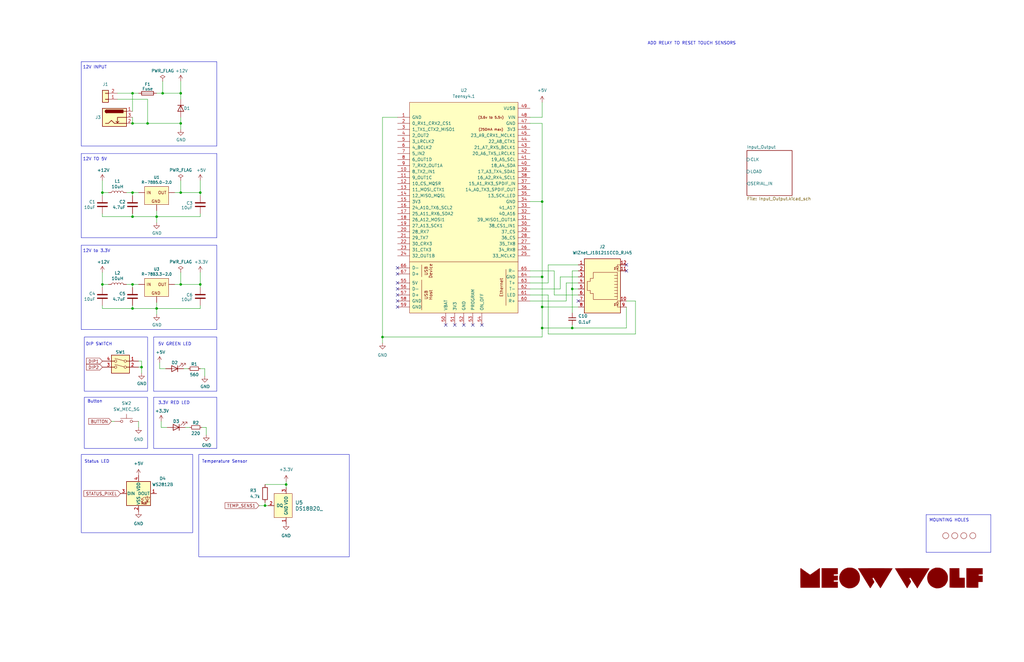
<source format=kicad_sch>
(kicad_sch (version 20230121) (generator eeschema)
  (paper "USLedger")
  (title_block (rev "v.01") (company "Meow Wolf") (comment 1 "Daniel Bornhorst"))
  (lib_symbols
    (symbol "0_connector:Molex Ultra-Fit 2pos IN" (pin_names (offset 1.016) hide)
      (property "Reference" "J" (at 0 2.54 0))
      (property "Value" "Molex Ultra-Fit" (at 0 -5.08 0))
      (symbol "Molex Ultra-Fit 2pos IN_1_1"
        (pin passive line (at -5.08 0 0) (length 3.81) (name "Pin_1") (number "1"))
        (pin passive line (at -5.08 -2.54 0) (length 3.81) (name "Pin_2") (number "2"))
      )
    )
    (symbol "0_connector:WIZnet_J1B1211CCD_RJ45" (pin_names (offset 1.016))
      (property "Reference" "J" (at -5.08 13.97 0))
      (property "Value" "WIZnet_J1B1211CCD_RJ45" (at 1.27 13.97 0))
      (symbol "WIZnet_J1B1211CCD_RJ45_1_1"
        (pin passive line (at 10.16 -7.62 180) (length 2.54) (name "~") (number "1"))
        (pin passive line (at -10.16 7.62 0) (length 2.54) (name "~") (number "10"))
        (pin passive line (at -10.16 -5.08 0) (length 2.54) (name "~") (number "11"))
        (pin passive line (at -10.16 -7.62 0) (length 2.54) (name "~") (number "12"))
        (pin passive line (at 10.16 -5.08 180) (length 2.54) (name "~") (number "2"))
        (pin passive line (at 10.16 -2.54 180) (length 2.54) (name "~") (number "3"))
        (pin passive line (at 10.16 0 180) (length 2.54) (name "~") (number "4"))
        (pin passive line (at 10.16 2.54 180) (length 2.54) (name "~") (number "5"))
        (pin passive line (at 10.16 5.08 180) (length 2.54) (name "~") (number "6"))
        (pin passive line (at 10.16 7.62 180) (length 2.54) (name "~") (number "7"))
        (pin passive line (at 10.16 10.16 180) (length 2.54) (name "~") (number "8"))
        (pin passive line (at -10.16 10.16 0) (length 2.54) (name "~") (number "9"))
      )
    )
    (symbol "0_logo:MeowWolf_Logo_Horizontal" (pin_names (offset 1.016)))
    (symbol "0_microcontroller:Teensy4.1" (pin_names (offset 1.016))
      (property "Reference" "U" (at 0 64.77 0))
      (property "Value" "Teensy4.1" (at 0 62.23 0))
      (symbol "Teensy4.1_0_0"
        (text "(250mA max)" (at 11.43 49.53 0) (effects (font (size 1.016 1.016))))
        (text "(3.6v to 5.5v)" (at 11.43 54.61 0) (effects (font (size 1.016 1.016))))
        (text "Device" (at -13.97 -10.16 900) (effects (font (size 1.27 1.27))))
        (text "Ethernet" (at 15.875 -17.145 900) (effects (font (size 1.27 1.27))))
        (text "Host" (at -13.97 -20.32 900) (effects (font (size 1.27 1.27))))
        (text "USB" (at -15.875 -20.32 900) (effects (font (size 1.27 1.27))))
        (text "USB" (at -15.875 -10.16 900) (effects (font (size 1.27 1.27))))
        (pin bidirectional line (at -27.94 31.75 0) (length 5.08) (name "8_TX2_IN1") (number "10"))
        (pin bidirectional line (at -27.94 29.21 0) (length 5.08) (name "9_OUT1C") (number "11"))
        (pin bidirectional line (at -27.94 26.67 0) (length 5.08) (name "10_CS_MQSR") (number "12"))
        (pin bidirectional line (at -27.94 24.13 0) (length 5.08) (name "11_MOSI_CTX1") (number "13"))
        (pin bidirectional line (at -27.94 21.59 0) (length 5.08) (name "12_MISO_MQSL") (number "14"))
        (pin power_in line (at -27.94 19.05 0) (length 5.08) (name "3V3") (number "15"))
        (pin bidirectional line (at -27.94 16.51 0) (length 5.08) (name "24_A10_TX6_SCL2") (number "16"))
        (pin bidirectional line (at -27.94 13.97 0) (length 5.08) (name "25_A11_RX6_SDA2") (number "17"))
        (pin bidirectional line (at -27.94 11.43 0) (length 5.08) (name "26_A12_MOSI1") (number "18"))
        (pin bidirectional line (at -27.94 8.89 0) (length 5.08) (name "27_A13_SCK1") (number "19"))
        (pin bidirectional line (at -27.94 6.35 0) (length 5.08) (name "28_RX7") (number "20"))
        (pin bidirectional line (at -27.94 3.81 0) (length 5.08) (name "29_TX7") (number "21"))
        (pin bidirectional line (at -27.94 1.27 0) (length 5.08) (name "30_CRX3") (number "22"))
        (pin bidirectional line (at -27.94 -1.27 0) (length 5.08) (name "31_CTX3") (number "23"))
        (pin bidirectional line (at -27.94 -3.81 0) (length 5.08) (name "32_OUT1B") (number "24"))
        (pin bidirectional line (at 27.94 -3.81 180) (length 5.08) (name "33_MCLK2") (number "25"))
        (pin bidirectional line (at 27.94 -1.27 180) (length 5.08) (name "34_RX8") (number "26"))
        (pin bidirectional line (at 27.94 1.27 180) (length 5.08) (name "35_TX8") (number "27"))
        (pin bidirectional line (at 27.94 3.81 180) (length 5.08) (name "36_CS") (number "28"))
        (pin bidirectional line (at 27.94 6.35 180) (length 5.08) (name "37_CS") (number "29"))
        (pin bidirectional line (at 27.94 8.89 180) (length 5.08) (name "38_CS1_IN1") (number "30"))
        (pin bidirectional line (at 27.94 11.43 180) (length 5.08) (name "39_MISO1_OUT1A") (number "31"))
        (pin bidirectional line (at 27.94 13.97 180) (length 5.08) (name "40_A16") (number "32"))
        (pin bidirectional line (at 27.94 16.51 180) (length 5.08) (name "41_A17") (number "33"))
        (pin bidirectional line (at 27.94 21.59 180) (length 5.08) (name "13_SCK_LED") (number "35"))
        (pin bidirectional line (at 27.94 24.13 180) (length 5.08) (name "14_A0_TX3_SPDIF_OUT") (number "36"))
        (pin bidirectional line (at 27.94 26.67 180) (length 5.08) (name "15_A1_RX3_SPDIF_IN") (number "37"))
        (pin bidirectional line (at 27.94 29.21 180) (length 5.08) (name "16_A2_RX4_SCL1") (number "38"))
        (pin bidirectional line (at 27.94 31.75 180) (length 5.08) (name "17_A3_TX4_SDA1") (number "39"))
        (pin bidirectional line (at 27.94 34.29 180) (length 5.08) (name "18_A4_SDA") (number "40"))
        (pin bidirectional line (at 27.94 36.83 180) (length 5.08) (name "19_A5_SCL") (number "41"))
        (pin bidirectional line (at 27.94 39.37 180) (length 5.08) (name "20_A6_TX5_LRCLK1") (number "42"))
        (pin bidirectional line (at 27.94 41.91 180) (length 5.08) (name "21_A7_RX5_BCLK1") (number "43"))
        (pin bidirectional line (at 27.94 44.45 180) (length 5.08) (name "22_A8_CTX1") (number "44"))
        (pin bidirectional line (at 27.94 46.99 180) (length 5.08) (name "23_A9_CRX1_MCLK1") (number "45"))
        (pin output line (at 27.94 49.53 180) (length 5.08) (name "3V3") (number "46"))
        (pin output line (at 27.94 52.07 180) (length 5.08) (name "GND") (number "47"))
        (pin power_in line (at 27.94 54.61 180) (length 5.08) (name "VIN") (number "48"))
        (pin power_out line (at 27.94 58.42 180) (length 5.08) (name "VUSB") (number "49"))
        (pin bidirectional line (at -27.94 44.45 0) (length 5.08) (name "3_LRCLK2") (number "5"))
        (pin power_in line (at -7.62 -33.02 90) (length 5.08) (name "VBAT") (number "50"))
        (pin power_in line (at -3.81 -33.02 90) (length 5.08) (name "3V3") (number "51"))
        (pin input line (at 0 -33.02 90) (length 5.08) (name "GND") (number "52"))
        (pin input line (at 3.81 -33.02 90) (length 5.08) (name "PROGRAM") (number "53"))
        (pin input line (at 7.62 -33.02 90) (length 5.08) (name "ON_OFF") (number "54"))
        (pin power_out line (at -27.94 -15.24 0) (length 5.08) (name "5V") (number "55"))
        (pin bidirectional line (at -27.94 -17.78 0) (length 5.08) (name "D-") (number "56"))
        (pin bidirectional line (at -27.94 -20.32 0) (length 5.08) (name "D+") (number "57"))
        (pin power_in line (at -27.94 -22.86 0) (length 5.08) (name "GND") (number "58"))
        (pin power_in line (at -27.94 -25.4 0) (length 5.08) (name "GND") (number "59"))
        (pin bidirectional line (at -27.94 41.91 0) (length 5.08) (name "4_BCLK2") (number "6"))
        (pin bidirectional line (at 27.94 -22.86 180) (length 5.08) (name "R+") (number "60"))
        (pin bidirectional line (at 27.94 -20.32 180) (length 5.08) (name "LED") (number "61"))
        (pin bidirectional line (at 27.94 -17.78 180) (length 5.08) (name "T-") (number "62"))
        (pin bidirectional line (at 27.94 -15.24 180) (length 5.08) (name "T+") (number "63"))
        (pin power_in line (at 27.94 -12.7 180) (length 5.08) (name "GND") (number "64"))
        (pin bidirectional line (at 27.94 -10.16 180) (length 5.08) (name "R-") (number "65"))
        (pin bidirectional line (at -27.94 -8.89 0) (length 5.08) (name "D-") (number "66"))
        (pin bidirectional line (at -27.94 -11.43 0) (length 5.08) (name "D+") (number "67"))
        (pin bidirectional line (at -27.94 39.37 0) (length 5.08) (name "5_IN2") (number "7"))
        (pin bidirectional line (at -27.94 36.83 0) (length 5.08) (name "6_OUT1D") (number "8"))
        (pin bidirectional line (at -27.94 34.29 0) (length 5.08) (name "7_RX2_OUT1A") (number "9"))
      )
      (symbol "Teensy4.1_1_1"
        (pin power_in line (at -27.94 54.61 0) (length 5.08) (name "GND") (number "1"))
        (pin bidirectional line (at -27.94 52.07 0) (length 5.08) (name "0_RX1_CRX2_CS1") (number "2"))
        (pin bidirectional line (at -27.94 49.53 0) (length 5.08) (name "1_TX1_CTX2_MISO1") (number "3"))
        (pin power_in line (at 27.94 19.05 180) (length 5.08) (name "GND") (number "34"))
        (pin bidirectional line (at -27.94 46.99 0) (length 5.08) (name "2_OUT2") (number "4"))
      )
    )
    (symbol "Connector:Barrel_Jack_Switch" (pin_names hide)
      (property "Reference" "J" (at 0 5.334 0))
      (property "Value" "Barrel_Jack_Switch" (at 0 -5.08 0))
      (symbol "Barrel_Jack_Switch_1_1"
        (pin passive line (at 7.62 2.54 180) (length 2.54) (name "~") (number "1"))
        (pin passive line (at 7.62 -2.54 180) (length 2.54) (name "~") (number "2"))
        (pin passive line (at 7.62 0 180) (length 2.54) (name "~") (number "3"))
      )
    )
    (symbol "Device:C" (pin_numbers hide) (pin_names (offset 0.254))
      (property "Reference" "C" (at 0.635 2.54 0))
      (property "Value" "C" (at 0.635 -2.54 0))
      (symbol "C_1_1"
        (pin passive line (at 0 3.81 270) (length 2.794) (name "~") (number "1"))
        (pin passive line (at 0 -3.81 90) (length 2.794) (name "~") (number "2"))
      )
    )
    (symbol "Device:C_Small" (pin_numbers hide) (pin_names (offset 0.254) hide)
      (property "Reference" "C" (at 0.254 1.778 0))
      (property "Value" "C_Small" (at 0.254 -2.032 0))
      (symbol "C_Small_1_1"
        (pin passive line (at 0 2.54 270) (length 2.032) (name "~") (number "1"))
        (pin passive line (at 0 -2.54 90) (length 2.032) (name "~") (number "2"))
      )
    )
    (symbol "Device:D" (pin_numbers hide) (pin_names (offset 1.016) hide)
      (property "Reference" "D" (at 0 2.54 0))
      (property "Value" "D" (at 0 -2.54 0))
      (symbol "D_1_1"
        (pin passive line (at -3.81 0 0) (length 2.54) (name "K") (number "1"))
        (pin passive line (at 3.81 0 180) (length 2.54) (name "A") (number "2"))
      )
    )
    (symbol "Device:Fuse" (pin_numbers hide) (pin_names (offset 0))
      (property "Reference" "F" (at 2.032 0 90))
      (property "Value" "Fuse" (at -1.905 0 90))
      (symbol "Fuse_1_1"
        (pin passive line (at 0 3.81 270) (length 1.27) (name "~") (number "1"))
        (pin passive line (at 0 -3.81 90) (length 1.27) (name "~") (number "2"))
      )
    )
    (symbol "Device:L" (pin_numbers hide) (pin_names (offset 1.016) hide)
      (property "Reference" "L" (at -1.27 0 90))
      (property "Value" "L" (at 1.905 0 90))
      (symbol "L_1_1"
        (pin passive line (at 0 3.81 270) (length 1.27) (name "1") (number "1"))
        (pin passive line (at 0 -3.81 90) (length 1.27) (name "2") (number "2"))
      )
    )
    (symbol "Device:LED" (pin_numbers hide) (pin_names (offset 1.016) hide)
      (property "Reference" "D" (at 0 2.54 0))
      (property "Value" "LED" (at 0 -2.54 0))
      (symbol "LED_1_1"
        (pin passive line (at -3.81 0 0) (length 2.54) (name "K") (number "1"))
        (pin passive line (at 3.81 0 180) (length 2.54) (name "A") (number "2"))
      )
    )
    (symbol "Device:R" (pin_numbers hide) (pin_names (offset 0))
      (property "Reference" "R" (at 2.032 0 90))
      (property "Value" "R" (at 0 0 90))
      (symbol "R_1_1"
        (pin passive line (at 0 3.81 270) (length 1.27) (name "~") (number "1"))
        (pin passive line (at 0 -3.81 90) (length 1.27) (name "~") (number "2"))
      )
    )
    (symbol "Device:R_Small" (pin_numbers hide) (pin_names (offset 0.254) hide)
      (property "Reference" "R" (at 0.762 0.508 0))
      (property "Value" "R_Small" (at 0.762 -1.016 0))
      (symbol "R_Small_1_1"
        (pin passive line (at 0 2.54 270) (length 0.762) (name "~") (number "1"))
        (pin passive line (at 0 -2.54 90) (length 0.762) (name "~") (number "2"))
      )
    )
    (symbol "LED:WS2812B" (pin_names (offset 0.254))
      (property "Reference" "D4" (at 10.16 6.35 0))
      (property "Value" "WS2812B" (at 10.16 3.81 0))
      (symbol "WS2812B_0_0"
        (text "RGB" (at 2.286 -4.191 0) (effects (font (size 0.762 0.762))))
      )
      (symbol "WS2812B_1_1"
        (pin output line (at 7.62 0 180) (length 2.54) (name "DOUT") (number "1"))
        (pin power_in line (at 0 -7.62 90) (length 2.54) (name "VSS") (number "2"))
        (pin input line (at -7.62 0 0) (length 2.54) (name "DIN") (number "3"))
        (pin power_in line (at 0 7.62 270) (length 2.54) (name "VDD") (number "4"))
      )
    )
    (symbol "MeowWolf_Devices:R-78E5.0-1.0" (pin_numbers hide) (pin_names (offset 1.016) hide)
      (property "Reference" "U" (at -5.08 3.81 0))
      (property "Value" "R-78E5.0-1.0" (at 1.27 -7.62 0))
      (symbol "R-78E5.0-1.0_1_0"
        (text "GND" (at -0.2794 -3.7084 0) (effects (font (size 1.2192 1.2192))))
        (text "IN" (at -3.2766 -0.0254 0) (effects (font (size 1.2192 1.2192))))
        (text "OUT" (at 2.3876 -0.0254 0) (effects (font (size 1.2192 1.2192))))
      )
      (symbol "R-78E5.0-1.0_1_1"
        (pin input line (at 0 -7.62 90) (length 2.54) (name "GND") (number "GND"))
        (pin input line (at -7.62 0 0) (length 2.54) (name "IN") (number "VIN"))
        (pin passive line (at 7.62 0 180) (length 2.54) (name "OUT") (number "VOUT"))
      )
    )
    (symbol "MeowWolf_Hardware:STAND-OFF" (pin_numbers hide) (pin_names (offset 1.016) hide))
    (symbol "Switch:SW_DIP_x02" (pin_names (offset 0) hide)
      (property "Reference" "SW" (at 0 6.35 0))
      (property "Value" "SW_DIP_x02" (at 0 -3.81 0))
      (symbol "SW_DIP_x02_1_1"
        (pin passive line (at -7.62 2.54 0) (length 5.08) (name "~") (number "1"))
        (pin passive line (at -7.62 0 0) (length 5.08) (name "~") (number "2"))
        (pin passive line (at 7.62 0 180) (length 5.08) (name "~") (number "3"))
        (pin passive line (at 7.62 2.54 180) (length 5.08) (name "~") (number "4"))
      )
    )
    (symbol "Switch:SW_MEC_5G" (pin_numbers hide) (pin_names (offset 1.016) hide)
      (property "Reference" "SW2" (at 0 7.62 0))
      (property "Value" "SW_MEC_5G" (at 0 5.08 0))
      (symbol "SW_MEC_5G_0_1"
        (pin passive line (at -5.08 0 0) (length 2.54) (name "A") (number "1"))
      )
      (symbol "SW_MEC_5G_1_1"
        (pin passive line (at -5.08 0 0) (length 2.54) hide (name "A") (number "2"))
        (pin passive line (at 5.08 0 180) (length 2.54) (name "B") (number "2"))
        (pin passive line (at 5.08 0 180) (length 2.54) hide (name "B") (number "4"))
      )
    )
    (symbol "dk_Temperature-Sensors-Analog-and-Digital-Output:DS18B20_" (pin_names (offset 1.016))
      (property "Reference" "U" (at -6.35 6.35 0))
      (property "Value" "DS18B20_" (at 2.54 -7.62 0))
      (symbol "DS18B20__1_1"
        (pin power_in line (at 0 -7.62 90) (length 2.54) (name "GND") (number "1"))
        (pin bidirectional line (at -7.62 0 0) (length 2.54) (name "DQ") (number "2"))
        (pin power_in line (at 0 7.62 270) (length 2.54) (name "VDD") (number "3"))
      )
    )
    (symbol "power:+12V" (power) (pin_names (offset 0))
      (property "Value" "+12V" (at 0 3.556 0))
      (symbol "+12V_1_1"
        (pin power_in line (at 0 0 90) (length 0) hide (name "+12V") (number "1"))
      )
    )
    (symbol "power:+3.3V" (power) (pin_names (offset 0))
      (property "Value" "+3.3V" (at 0 3.556 0))
      (symbol "+3.3V_1_1"
        (pin power_in line (at 0 0 90) (length 0) hide (name "+3.3V") (number "1"))
      )
    )
    (symbol "power:+5V" (power) (pin_names (offset 0))
      (property "Value" "+5V" (at 0 3.556 0))
      (symbol "+5V_1_1"
        (pin power_in line (at 0 0 90) (length 0) hide (name "+5V") (number "1"))
      )
    )
    (symbol "power:GND" (power) (pin_names (offset 0))
      (property "Value" "GND" (at 0 -3.81 0))
      (symbol "GND_1_1"
        (pin power_in line (at 0 0 270) (length 0) hide (name "GND") (number "1"))
      )
    )
    (symbol "power:PWR_FLAG" (power) (pin_numbers hide) (pin_names (offset 0) hide)
      (property "Value" "PWR_FLAG" (at 0 3.81 0))
      (symbol "PWR_FLAG_0_0"
        (pin power_out line (at 0 0 90) (length 0) (name "pwr") (number "1"))
      )
    )
  )
  (junction (at 228.6 138.43))
  (junction (at 76.2 39.37))
  (junction (at 76.2 52.07))
  (junction (at 55.88 81.28))
  (junction (at 55.88 91.44))
  (junction (at 68.58 39.37))
  (junction (at 43.18 120.015))
  (junction (at 66.04 130.175))
  (junction (at 241.3 138.43))
  (junction (at 66.04 91.44))
  (junction (at 55.88 130.175))
  (junction (at 228.6 129.54))
  (junction (at 76.2 120.015))
  (junction (at 55.88 39.37))
  (junction (at 43.18 81.28))
  (junction (at 62.23 52.07))
  (junction (at 59.69 154.94))
  (junction (at 84.455 81.28))
  (junction (at 76.2 81.28))
  (junction (at 161.29 142.24))
  (junction (at 84.455 120.015))
  (junction (at 111.76 213.36))
  (junction (at 228.6 116.84))
  (junction (at 55.88 120.015))
  (junction (at 241.3 121.92))
  (junction (at 120.65 204.47))
  (junction (at 228.6 85.09))
  (junction (at 55.88 52.07))
  (no_connect (at 264.16 111.76))
  (no_connect (at 264.16 114.3))
  (no_connect (at 167.64 121.92))
  (no_connect (at 203.2 137.16))
  (no_connect (at 167.64 113.03))
  (no_connect (at 199.39 137.16))
  (no_connect (at 191.77 137.16))
  (no_connect (at 167.64 115.57))
  (no_connect (at 167.64 119.38))
  (no_connect (at 167.64 124.46))
  (no_connect (at 243.84 127))
  (no_connect (at 167.64 127))
  (no_connect (at 195.58 137.16))
  (no_connect (at 167.64 129.54))
  (no_connect (at 187.96 137.16))
  (wire (pts (xy 264.16 129.54) (xy 264.16 138.43)))
  (wire (pts (xy 76.2 120.015) (xy 84.455 120.015)))
  (wire (pts (xy 167.64 49.53) (xy 161.29 49.53)))
  (polyline (pts (xy 91.44 61.595) (xy 91.44 26.035)))
  (polyline (pts (xy 91.44 100.33) (xy 91.44 64.77)))
  (polyline (pts (xy 417.83 233.045) (xy 417.83 217.17)))
  (polyline (pts (xy 34.29 61.595) (xy 91.44 61.595)))
  (wire (pts (xy 55.88 120.015) (xy 58.42 120.015)))
  (wire (pts (xy 73.66 81.28) (xy 76.2 81.28)))
  (wire (pts (xy 111.76 212.09) (xy 111.76 213.36)))
  (wire (pts (xy 66.04 91.44) (xy 84.455 91.44)))
  (wire (pts (xy 43.18 128.905) (xy 43.18 130.175)))
  (wire (pts (xy 264.16 138.43) (xy 241.3 138.43)))
  (wire (pts (xy 43.18 91.44) (xy 55.88 91.44)))
  (wire (pts (xy 236.22 116.84) (xy 243.84 116.84)))
  (wire (pts (xy 111.76 204.47) (xy 120.65 204.47)))
  (wire (pts (xy 241.3 114.3) (xy 241.3 121.92)))
  (wire (pts (xy 53.34 120.015) (xy 55.88 120.015)))
  (wire (pts (xy 86.36 155.575) (xy 86.36 158.75)))
  (wire (pts (xy 69.85 155.575) (xy 67.31 155.575)))
  (wire (pts (xy 223.52 116.84) (xy 228.6 116.84)))
  (wire (pts (xy 223.52 85.09) (xy 228.6 85.09)))
  (wire (pts (xy 55.88 49.53) (xy 55.88 52.07)))
  (polyline (pts (xy 34.29 139.065) (xy 91.44 139.065)))
  (wire (pts (xy 76.2 49.53) (xy 76.2 52.07)))
  (wire (pts (xy 120.65 203.2) (xy 120.65 204.47)))
  (wire (pts (xy 228.6 85.09) (xy 228.6 116.84)))
  (wire (pts (xy 84.455 82.55) (xy 84.455 81.28)))
  (wire (pts (xy 241.3 121.92) (xy 241.3 132.08)))
  (wire (pts (xy 228.6 49.53) (xy 228.6 43.18)))
  (wire (pts (xy 66.04 39.37) (xy 68.58 39.37)))
  (wire (pts (xy 223.52 114.3) (xy 233.68 114.3)))
  (wire (pts (xy 62.23 52.07) (xy 76.2 52.07)))
  (wire (pts (xy 223.52 124.46) (xy 231.14 124.46)))
  (wire (pts (xy 78.105 180.34) (xy 80.01 180.34)))
  (wire (pts (xy 76.2 76.2) (xy 76.2 81.28)))
  (wire (pts (xy 49.53 41.91) (xy 62.23 41.91)))
  (wire (pts (xy 55.88 91.44) (xy 66.04 91.44)))
  (wire (pts (xy 233.68 114.3) (xy 233.68 124.46)))
  (wire (pts (xy 66.04 88.9) (xy 66.04 91.44)))
  (wire (pts (xy 161.29 142.24) (xy 161.29 144.78)))
  (wire (pts (xy 43.18 130.175) (xy 55.88 130.175)))
  (polyline (pts (xy 390.525 233.045) (xy 417.83 233.045)))
  (wire (pts (xy 43.18 76.2) (xy 43.18 81.28)))
  (wire (pts (xy 59.69 154.94) (xy 59.69 157.48)))
  (wire (pts (xy 76.2 39.37) (xy 76.2 41.91)))
  (wire (pts (xy 58.42 154.94) (xy 59.69 154.94)))
  (wire (pts (xy 238.76 119.38) (xy 243.84 119.38)))
  (polyline (pts (xy 34.29 64.77) (xy 34.29 100.33)))
  (wire (pts (xy 241.3 121.92) (xy 243.84 121.92)))
  (wire (pts (xy 76.2 114.935) (xy 76.2 120.015)))
  (polyline (pts (xy 34.29 103.505) (xy 34.29 139.065)))
  (wire (pts (xy 223.52 119.38) (xy 231.14 119.38)))
  (wire (pts (xy 66.04 130.175) (xy 84.455 130.175)))
  (wire (pts (xy 241.3 137.16) (xy 241.3 138.43)))
  (wire (pts (xy 84.455 114.935) (xy 84.455 120.015)))
  (wire (pts (xy 55.88 81.28) (xy 55.88 82.55)))
  (wire (pts (xy 241.3 138.43) (xy 228.6 138.43)))
  (wire (pts (xy 55.88 52.07) (xy 62.23 52.07)))
  (wire (pts (xy 228.6 116.84) (xy 228.6 129.54)))
  (wire (pts (xy 77.47 155.575) (xy 79.375 155.575)))
  (wire (pts (xy 236.22 121.92) (xy 236.22 116.84)))
  (wire (pts (xy 67.31 155.575) (xy 67.31 153.035)))
  (wire (pts (xy 120.65 204.47) (xy 120.65 205.74)))
  (wire (pts (xy 223.52 127) (xy 238.76 127)))
  (wire (pts (xy 228.6 129.54) (xy 228.6 138.43)))
  (wire (pts (xy 76.2 34.29) (xy 76.2 39.37)))
  (wire (pts (xy 85.09 180.34) (xy 86.995 180.34)))
  (wire (pts (xy 53.34 81.28) (xy 55.88 81.28)))
  (wire (pts (xy 43.18 90.17) (xy 43.18 91.44)))
  (wire (pts (xy 161.29 142.24) (xy 228.6 142.24)))
  (wire (pts (xy 55.88 39.37) (xy 58.42 39.37)))
  (wire (pts (xy 43.18 82.55) (xy 43.18 81.28)))
  (polyline (pts (xy 91.44 26.035) (xy 34.29 26.035)))
  (wire (pts (xy 84.455 121.285) (xy 84.455 120.015)))
  (polyline (pts (xy 417.83 217.17) (xy 390.525 217.17)))
  (wire (pts (xy 43.18 114.935) (xy 43.18 120.015)))
  (wire (pts (xy 59.69 152.4) (xy 59.69 154.94)))
  (wire (pts (xy 55.88 90.17) (xy 55.88 91.44)))
  (wire (pts (xy 84.455 76.2) (xy 84.455 81.28)))
  (wire (pts (xy 58.42 152.4) (xy 59.69 152.4)))
  (wire (pts (xy 55.88 39.37) (xy 55.88 46.99)))
  (wire (pts (xy 66.04 91.44) (xy 66.04 93.98)))
  (wire (pts (xy 55.88 81.28) (xy 58.42 81.28)))
  (wire (pts (xy 109.22 213.36) (xy 111.76 213.36)))
  (wire (pts (xy 67.945 180.34) (xy 67.945 177.8)))
  (polyline (pts (xy 34.29 100.33) (xy 91.44 100.33)))
  (wire (pts (xy 73.66 120.015) (xy 76.2 120.015)))
  (wire (pts (xy 49.53 39.37) (xy 55.88 39.37)))
  (polyline (pts (xy 91.44 64.77) (xy 34.29 64.77)))
  (wire (pts (xy 84.455 128.905) (xy 84.455 130.175)))
  (wire (pts (xy 43.18 81.28) (xy 45.72 81.28)))
  (wire (pts (xy 84.455 155.575) (xy 86.36 155.575)))
  (wire (pts (xy 58.42 177.8) (xy 58.42 180.34)))
  (wire (pts (xy 55.88 120.015) (xy 55.88 121.285)))
  (wire (pts (xy 231.14 111.76) (xy 243.84 111.76)))
  (wire (pts (xy 62.23 41.91) (xy 62.23 52.07)))
  (wire (pts (xy 111.76 213.36) (xy 113.03 213.36)))
  (wire (pts (xy 238.76 127) (xy 238.76 119.38)))
  (wire (pts (xy 233.68 124.46) (xy 243.84 124.46)))
  (wire (pts (xy 55.88 130.175) (xy 66.04 130.175)))
  (polyline (pts (xy 34.29 26.035) (xy 34.29 61.595)))
  (wire (pts (xy 86.995 180.34) (xy 86.995 183.515)))
  (wire (pts (xy 66.04 127.635) (xy 66.04 130.175)))
  (wire (pts (xy 231.14 124.46) (xy 231.14 140.97)))
  (wire (pts (xy 43.18 120.015) (xy 45.72 120.015)))
  (wire (pts (xy 76.2 81.28) (xy 84.455 81.28)))
  (polyline (pts (xy 91.44 103.505) (xy 34.29 103.505)))
  (wire (pts (xy 161.29 49.53) (xy 161.29 142.24)))
  (wire (pts (xy 228.6 52.07) (xy 228.6 85.09)))
  (wire (pts (xy 231.14 119.38) (xy 231.14 111.76)))
  (wire (pts (xy 228.6 129.54) (xy 243.84 129.54)))
  (wire (pts (xy 228.6 138.43) (xy 228.6 142.24)))
  (wire (pts (xy 66.04 130.175) (xy 66.04 132.715)))
  (wire (pts (xy 223.52 52.07) (xy 228.6 52.07)))
  (polyline (pts (xy 91.44 139.065) (xy 91.44 103.505)))
  (wire (pts (xy 55.88 128.905) (xy 55.88 130.175)))
  (wire (pts (xy 223.52 121.92) (xy 236.22 121.92)))
  (wire (pts (xy 223.52 49.53) (xy 228.6 49.53)))
  (wire (pts (xy 243.84 114.3) (xy 241.3 114.3)))
  (polyline (pts (xy 390.525 217.17) (xy 390.525 233.045)))
  (wire (pts (xy 84.455 90.17) (xy 84.455 91.44)))
  (wire (pts (xy 267.97 140.97) (xy 267.97 127)))
  (wire (pts (xy 68.58 34.29) (xy 68.58 39.37)))
  (wire (pts (xy 68.58 39.37) (xy 76.2 39.37)))
  (wire (pts (xy 231.14 140.97) (xy 267.97 140.97)))
  (wire (pts (xy 70.485 180.34) (xy 67.945 180.34)))
  (wire (pts (xy 267.97 127) (xy 264.16 127)))
  (wire (pts (xy 43.18 121.285) (xy 43.18 120.015)))
  (wire (pts (xy 46.99 177.8) (xy 48.26 177.8)))
  (wire (pts (xy 76.2 54.61) (xy 76.2 52.07)))
  (rectangle (start 34.29 191.77) (end 81.28 224.79))
  (rectangle (start 64.77 167.64) (end 91.44 189.23))
  (rectangle (start 35.56 142.24) (end 62.23 165.1))
  (rectangle (start 64.77 142.24) (end 91.44 165.1))
  (rectangle (start 83.82 191.77) (end 147.32 234.95))
  (rectangle (start 35.56 167.64) (end 62.23 189.23))
  (text "12V to 3.3V" (at 34.925 106.68 0) (effects (font (size 1.27 1.27)) (justify left bottom)))
  (text "Temperature Sensor" (at 85.09 195.58 0) (effects (font (size 1.27 1.27)) (justify left bottom)))
  (text "5V GREEN LED" (at 66.675 146.05 0) (effects (font (size 1.27 1.27)) (justify left bottom)))
  (text "ADD RELAY TO RESET TOUCH SENSORS" (at 273.05 19.05 0) (effects (font (size 1.27 1.27)) (justify left bottom)))
  (text "12V INPUT" (at 34.925 29.21 0) (effects (font (size 1.27 1.27)) (justify left bottom)))
  (text "MOUNTING HOLES" (at 391.795 220.345 0) (effects (font (size 1.27 1.27)) (justify left bottom)))
  (text "Button" (at 36.83 170.18 0) (effects (font (size 1.27 1.27)) (justify left bottom)))
  (text "DIP SWITCH" (at 36.195 146.05 0) (effects (font (size 1.27 1.27)) (justify left bottom)))
  (text "Status LED" (at 35.56 195.58 0) (effects (font (size 1.27 1.27)) (justify left bottom)))
  (text "12V TO 5V" (at 34.925 67.945 0) (effects (font (size 1.27 1.27)) (justify left bottom)))
  (text "3.3V RED LED" (at 66.675 170.815 0) (effects (font (size 1.27 1.27)) (justify left bottom)))
  (global_label "DIP1" (shape input) (at 43.18 152.4 180) (property "Intersheetrefs" "${INTERSHEET_REFS}" (effects hide)))
  (global_label "TEMP_SENS1" (shape input) (at 109.22 213.36 180) (property "Intersheetrefs" "${INTERSHEET_REFS}" (effects hide)))
  (global_label "DIP2" (shape input) (at 43.18 154.94 180) (property "Intersheetrefs" "${INTERSHEET_REFS}" (effects hide)))
  (global_label "STATUS_PIXEL" (shape input) (at 50.8 208.28 180) (property "Intersheetrefs" "${INTERSHEET_REFS}" (effects hide)))
  (global_label "BUTTON" (shape input) (at 46.99 177.8 180) (property "Intersheetrefs" "${INTERSHEET_REFS}" (effects hide)))
  (symbol (lib_id "power:GND") (at 86.995 183.515 0) (unit 1)
    (property "Reference" "#PWR019" (effects hide))
    (property "Value" "GND" (at 87.122 187.9092 0))
  )
  (symbol (lib_id "MeowWolf_Hardware:STAND-OFF") (at 410.21 226.06 0) (unit 1) (in_bom no)
    (property "Reference" "H4" (effects hide))
    (property "Value" "STAND-OFF" (effects hide))
    (property "Footprint" "MeowWolf_Hardware:STAND-OFF" (effects hide))
    (property "Digikey P/N" "-" (effects hide))
    (property "Digikey Page" "-" (effects hide))
    (property "LCSC" "-" (effects hide))
    (property "MPN" "-" (effects hide))
    (property "Manufacturer" "-" (effects hide))
    (property "Package" "-" (effects hide))
  )
  (symbol (lib_id "Device:R_Small") (at 82.55 180.34 90) (unit 1)
    (property "Reference" "R2" (at 82.55 178.435 90))
    (property "Value" "220" (at 82.55 182.88 90))
    (property "Footprint" "Resistor_SMD:R_0603_1608Metric" (effects hide))
    (property "Description" "100mW Thick Film Resistors 75V ±100ppm/℃ ±1% 220Ω 0603 Chip Resistor" (effects hide))
    (property "LCSC" "C107696" (effects hide))
    (property "MPN" "RC0603FR-07220RL" (effects hide))
    (property "Manufacturer" "YAGEO" (effects hide))
    (property "Package" "0603" (effects hide))
    (property "Digikey P/N" "-" (effects hide))
    (property "Digikey Page" "-" (effects hide))
  )
  (symbol (lib_id "MeowWolf_Hardware:STAND-OFF") (at 398.78 226.06 0) (unit 1) (in_bom no)
    (property "Reference" "H1" (effects hide))
    (property "Value" "STAND-OFF" (effects hide))
    (property "Footprint" "MeowWolf_Hardware:STAND-OFF" (effects hide))
    (property "Digikey P/N" "-" (effects hide))
    (property "Digikey Page" "-" (effects hide))
    (property "LCSC" "-" (effects hide))
    (property "MPN" "-" (effects hide))
    (property "Manufacturer" "-" (effects hide))
    (property "Package" "-" (effects hide))
  )
  (symbol (lib_id "power:+5V") (at 228.6 43.18 0) (unit 1)
    (property "Reference" "#PWR02" (effects hide))
    (property "Value" "+5V" (at 228.6 38.1 0))
  )
  (symbol (lib_id "0_logo:MeowWolf_Logo_Horizontal") (at 375.92 243.84 0) (unit 1) (in_bom no) (on_board no)
    (property "Reference" "LOGO1" (effects hide))
    (property "Value" "MeowWolf_Logo_Horizontal" (effects hide))
    (property "Digikey P/N" "-" (effects hide))
    (property "Digikey Page" "-" (effects hide))
    (property "LCSC" "-" (effects hide))
    (property "MPN" "-" (effects hide))
    (property "Manufacturer" "-" (effects hide))
    (property "Package" "-" (effects hide))
  )
  (symbol (lib_id "Device:L") (at 49.53 120.015 90) (unit 1)
    (property "Reference" "L2" (at 49.53 115.189 90))
    (property "Value" "10uH" (at 49.53 117.5004 90))
    (property "Footprint" "Inductor_SMD:L_Changjiang_FNR6045S" (effects hide))
    (property "Datasheet" "https://wmsc.lcsc.com/wmsc/upload/file/pdf/v2/lcsc/2106031705_SOREDE-SNR6045TYD100M_C2827404.pdf" (effects hide))
    (property "LCSC" "C2827404" (effects hide))
    (property "Description" "2.5A 10uH ±20% 2.5A 88mΩ SMD,5.2x5.7mm Inductor" (effects hide))
    (property "Digikey P/N" "-" (effects hide))
    (property "Digikey Page" "-" (effects hide))
    (property "MPN" "SNR6045TYD100M" (effects hide))
    (property "Manufacturer" "SOREDE" (effects hide))
    (property "Package" "6045 SMD,6x6m" (effects hide))
  )
  (symbol (lib_id "Device:C_Small") (at 241.3 134.62 0) (unit 1)
    (property "Reference" "C10" (at 243.84 133.3563 0) (effects (justify left)))
    (property "Value" "0.1uF" (at 243.84 135.8963 0) (effects (justify left)))
    (property "Footprint" "Capacitor_SMD:C_0805_2012Metric" (effects hide))
    (property "LCSC" "C1711" (effects hide))
    (property "Description" "0.1uF ±10% 50V Ceramic Capacitor X7R 0805 (2012 Metric)" (effects hide))
    (property "Digikey P/N" "1276-1003-1-ND" (effects hide))
    (property "Digikey Page" "https://www.digikey.com/en/products/detail/samsung-electro-mechanics/CL21B104KBCNNNC/3886661?s=N4IgTCBcDaIMIBkwEYBCyAMAWA0quAckXCALoC%2BQA" (effects hide))
    (property "MPN" "CL21B104KBCNNNC" (effects hide))
    (property "Manufacturer" "Samsung Electro-Mechanics" (effects hide))
    (property "Package" "0805" (effects hide))
  )
  (symbol (lib_id "0_microcontroller:Teensy4.1") (at 195.58 104.14 0) (unit 1)
    (property "Reference" "U2" (at 195.58 38.1 0))
    (property "Value" "Teensy4.1" (at 195.58 40.64 0))
    (property "Footprint" "0_microcontroller:Teensy41_ethernet_only" (effects hide))
    (property "Datasheet" "-" (effects hide))
    (property "Digikey Page" "-" (effects hide))
    (property "LCSC" "-" (effects hide))
    (property "MPN" "-" (effects hide))
    (property "Manufacturer" "PJRC" (effects hide))
    (property "Package" "DIP-24 Pin" (effects hide))
    (property "Description" "-" (effects hide))
    (property "Digikey P/N" "-" (effects hide))
  )
  (symbol (lib_id "MeowWolf_Devices:R-78E5.0-1.0") (at 66.04 120.015 0) (unit 1)
    (property "Reference" "U3" (at 66.04 113.5634 0) (effects (font (size 1.143 1.143))))
    (property "Value" "R-78B3.3-2.0" (at 66.04 115.697 0) (effects (font (size 1.143 1.143))))
    (property "Footprint" "MeowWolf_Devices:DC-DC_CONVERTER_R-78E_R-78B" (effects hide))
    (property "LCSC" "-" (effects hide))
    (property "Description" "Non-Isolated DC/DC Converters 6.5-32Vin 3.3Vout 2A SIP3" (effects hide))
    (property "MPN" "R-78B3.3-2.0" (effects hide))
    (property "Manufacturer" "RECOM Power" (effects hide))
    (property "Package" "SIP-3" (effects hide))
    (property "Digikey P/N" "945-3040-ND" (effects hide))
    (property "Digikey Page" "https://www.digikey.com/en/products/detail/recom-power/R-78B3-3-2-0/6677082" (effects hide))
  )
  (symbol (lib_id "0_connector:WIZnet_J1B1211CCD_RJ45") (at 254 119.38 180) (unit 1) (in_bom no)
    (property "Reference" "J2" (at 254 104.14 0))
    (property "Value" "WIZnet_J1B1211CCD_RJ45" (at 254 106.68 0))
    (property "Footprint" "0_connector:WIZnet_J1B1211CCD_RJ45" (effects hide))
    (property "Manufacturer" "WIZnet" (effects hide))
    (property "Digikey Page" "https://www.digikey.com/en/products/detail/wiznet/J1B1211CCD/7604176" (effects hide))
    (property "Digikey P/N" "1278-1052-ND" (effects hide))
    (property "MPN" "J1B1211CCD" (effects hide))
    (property "LCSC" "C910371" (effects hide))
  )
  (symbol (lib_id "power:+5V") (at 58.42 200.66 0) (unit 1)
    (property "Reference" "#PWR020" (effects hide))
    (property "Value" "+5V" (at 58.42 195.58 0))
  )
  (symbol (lib_id "Device:L") (at 49.53 81.28 90) (unit 1)
    (property "Reference" "L1" (at 49.53 76.454 90))
    (property "Value" "10uH" (at 49.53 78.7654 90))
    (property "Footprint" "Inductor_SMD:L_Changjiang_FNR6045S" (effects hide))
    (property "Datasheet" "https://wmsc.lcsc.com/wmsc/upload/file/pdf/v2/lcsc/2106031705_SOREDE-SNR6045TYD100M_C2827404.pdf" (effects hide))
    (property "LCSC" "C2827404" (effects hide))
    (property "Description" "2.5A 10uH ±20% 2.5A 88mΩ SMD,5.2x5.7mm Inductor" (effects hide))
    (property "Digikey P/N" "-" (effects hide))
    (property "Digikey Page" "-" (effects hide))
    (property "MPN" "SNR6045TYD100M" (effects hide))
    (property "Manufacturer" "SOREDE" (effects hide))
    (property "Package" "6045 SMD,6x6m" (effects hide))
  )
  (symbol (lib_id "Device:C") (at 55.88 125.095 0) (unit 1)
    (property "Reference" "C5" (at 52.959 123.9266 0) (effects (justify right)))
    (property "Value" "4.7uF" (at 52.959 126.238 0) (effects (justify right)))
    (property "Footprint" "Capacitor_SMD:C_1206_3216Metric" (effects hide))
    (property "Description" "4.7uF ±10% 50V Ceramic Capacitor X7R 1206 (3216 Metric)" (effects hide))
    (property "Digikey P/N" "1276-2789-1-ND" (effects hide))
    (property "Digikey Page" "https://www.digikey.com/en/products/detail/samsung-electro-mechanics/CL31B475KBHNNNE/3888447?s=N4IgTCBcDaIMIBkDMBGAQgFgOwFYDSaAEgHKkCiIAugL5A" (effects hide))
    (property "LCSC" "C51205" (effects hide))
    (property "MPN" "CL31B475KBHNNNE" (effects hide))
    (property "Manufacturer" "Samsung Electro-Mechanics" (effects hide))
    (property "Package" "1206" (effects hide))
  )
  (symbol (lib_id "Switch:SW_MEC_5G") (at 53.34 177.8 0) (unit 1)
    (property "Reference" "SW2" (at 53.34 170.18 0))
    (property "Value" "SW_MEC_5G" (at 53.34 172.72 0))
    (property "Footprint" "Button_Switch_THT:SW_TH_Tactile_Omron_B3F-10xx" (effects hide))
    (property "LCSC" "-" (effects hide))
    (property "Manufacturer" "Omron Electronics Inc-EMC Div" (effects hide))
    (property "Digikey P/N" "SW402-ND" (effects hide))
    (property "Digikey Page" "https://www.digikey.com/en/products/detail/omron-electronics-inc-emc-div/B3F-1020/44059" (effects hide))
    (property "MPN" "B3F-1020" (effects hide))
    (property "Description" "Tactile Switch SPST-NO Top Actuated Through Hole" (effects hide))
  )
  (symbol (lib_id "power:GND") (at 58.42 215.9 0) (unit 1)
    (property "Reference" "#PWR022" (effects hide))
    (property "Value" "GND" (at 58.42 220.98 0))
  )
  (symbol (lib_id "power:+12V") (at 76.2 34.29 0) (unit 1)
    (property "Reference" "#PWR01" (effects hide))
    (property "Value" "+12V" (at 76.581 29.8958 0))
  )
  (symbol (lib_id "power:+3.3V") (at 84.455 114.935 0) (unit 1)
    (property "Reference" "#PWR010" (effects hide))
    (property "Value" "+3.3V" (at 84.836 110.5408 0))
  )
  (symbol (lib_id "power:GND") (at 59.69 157.48 0) (unit 1)
    (property "Reference" "#PWR015" (effects hide))
    (property "Value" "GND" (at 59.817 161.8742 0))
  )
  (symbol (lib_id "Device:LED") (at 74.295 180.34 180) (unit 1)
    (property "Reference" "D3" (at 74.295 177.8 0))
    (property "Value" "RED LED" (effects hide))
    (property "Footprint" "LED_SMD:LED_0603_1608Metric" (effects hide))
    (property "Manufacturer" "Lite-On" (effects hide))
    (property "Description" "20mA 99mcd Colorless transparent lens -30℃~+85℃ 631nm Red 130° 62.5mW 2V 0603  LED" (effects hide))
    (property "Digikey P/N" "-" (effects hide))
    (property "Digikey Page" "-" (effects hide))
    (property "MPN" "LTST-C190KRKT" (effects hide))
    (property "LCSC" "C94869" (effects hide))
    (property "Package" "0603" (effects hide))
  )
  (symbol (lib_id "power:GND") (at 86.36 158.75 0) (unit 1)
    (property "Reference" "#PWR016" (effects hide))
    (property "Value" "GND" (at 86.487 163.1442 0))
  )
  (symbol (lib_id "Device:R") (at 111.76 208.28 0) (unit 1)
    (property "Reference" "R3" (at 105.41 207.01 0) (effects (justify left)))
    (property "Value" "4.7k" (at 105.41 209.55 0) (effects (justify left)))
    (property "Footprint" "Resistor_SMD:R_0603_1608Metric" (effects hide))
    (property "Description" "100mW Thick Film Resistors 75V ±100ppm/℃ ±1% 4.7kΩ 0603 Chip Resistor" (effects hide))
    (property "LCSC" "C99782" (effects hide))
    (property "MPN" "RC0603FR-074K7L" (effects hide))
    (property "Manufacturer" "YAGEO" (effects hide))
    (property "Package" "0603" (effects hide))
    (property "Digikey P/N" "-" (effects hide))
    (property "Digikey Page" "-" (effects hide))
  )
  (symbol (lib_id "dk_Temperature-Sensors-Analog-and-Digital-Output:DS18B20_") (at 120.65 213.36 0) (unit 1)
    (property "Reference" "U5" (at 124.46 212.09 0) (effects (font (size 1.524 1.524)) (justify left)))
    (property "Value" "DS18B20_" (at 124.46 214.63 0) (effects (font (size 1.524 1.524)) (justify left)))
    (property "Footprint" "digikey-footprints:TO-92-3" (effects hide))
    (property "Datasheet" "https://www.analog.com/media/en/technical-documentation/data-sheets/ds18b20.pdf" (effects hide))
    (property "MPN" "DS18B20+" (effects hide))
    (property "Description" "1-Wire Temperature Sensor" (effects hide))
    (property "Manufacturer" "Maxim Integrated" (effects hide))
    (property "Digikey P/N" "DS18B20+-ND" (effects hide))
    (property "Digikey Page" "https://www.digikey.com/en/products/detail/analog-devices-inc-maxim-integrated/DS18B20/956983" (effects hide))
    (property "Package" "TO92-3" (effects hide))
    (property "LCSC" "-" (effects hide))
  )
  (symbol (lib_id "power:GND") (at 120.65 220.98 0) (unit 1)
    (property "Reference" "#PWR023" (effects hide))
    (property "Value" "GND" (at 120.65 226.06 0))
  )
  (symbol (lib_id "power:+12V") (at 43.18 76.2 0) (unit 1)
    (property "Reference" "#PWR04" (effects hide))
    (property "Value" "+12V" (at 43.561 71.8058 0))
  )
  (symbol (lib_id "Device:C") (at 84.455 125.095 0) (unit 1)
    (property "Reference" "C6" (at 81.28 124.46 0) (effects (justify right)))
    (property "Value" "10uF" (at 81.28 126.365 0) (effects (justify right)))
    (property "Footprint" "Capacitor_SMD:C_1206_3216Metric" (effects hide))
    (property "Description" "10uF ±10% 50V Ceramic Capacitor X7R 1206 (3216 Metric)" (effects hide))
    (property "Digikey P/N" "1276-6767-1-ND" (effects hide))
    (property "Digikey Page" "https://www.digikey.com/en/products/detail/samsung-electro-mechanics/CL31B106KBHNNNE/5961251?s=N4IgTCBcDaIMIBkDMBGAQigDANgNJoAkA5EgURAF0BfIA" (effects hide))
    (property "LCSC" "C89632" (effects hide))
    (property "MPN" "CL31B106KBHNNNE" (effects hide))
    (property "Manufacturer" "Samsung Electro-Mechanics" (effects hide))
    (property "Package" "1206" (effects hide))
  )
  (symbol (lib_id "power:+12V") (at 43.18 114.935 0) (unit 1)
    (property "Reference" "#PWR09" (effects hide))
    (property "Value" "+12V" (at 43.561 110.5408 0))
  )
  (symbol (lib_id "MeowWolf_Hardware:STAND-OFF") (at 406.4 226.06 0) (unit 1) (in_bom no)
    (property "Reference" "H3" (effects hide))
    (property "Value" "STAND-OFF" (effects hide))
    (property "Footprint" "MeowWolf_Hardware:STAND-OFF" (effects hide))
    (property "Digikey P/N" "-" (effects hide))
    (property "Digikey Page" "-" (effects hide))
    (property "LCSC" "-" (effects hide))
    (property "MPN" "-" (effects hide))
    (property "Manufacturer" "-" (effects hide))
    (property "Package" "-" (effects hide))
  )
  (symbol (lib_id "power:+5V") (at 67.31 153.035 0) (unit 1)
    (property "Reference" "#PWR014" (effects hide))
    (property "Value" "+5V" (at 67.691 148.6408 0))
  )
  (symbol (lib_id "MeowWolf_Hardware:STAND-OFF") (at 402.59 226.06 0) (unit 1) (in_bom no)
    (property "Reference" "H2" (effects hide))
    (property "Value" "STAND-OFF" (effects hide))
    (property "Footprint" "MeowWolf_Hardware:STAND-OFF" (effects hide))
    (property "Digikey P/N" "-" (effects hide))
    (property "Digikey Page" "-" (effects hide))
    (property "LCSC" "-" (effects hide))
    (property "MPN" "-" (effects hide))
    (property "Manufacturer" "-" (effects hide))
    (property "Package" "-" (effects hide))
  )
  (symbol (lib_id "power:+5V") (at 84.455 76.2 0) (unit 1)
    (property "Reference" "#PWR05" (effects hide))
    (property "Value" "+5V" (at 84.836 71.8058 0))
  )
  (symbol (lib_id "Device:C") (at 84.455 86.36 0) (unit 1)
    (property "Reference" "C3" (at 81.28 85.725 0) (effects (justify right)))
    (property "Value" "10uF" (at 81.28 87.63 0) (effects (justify right)))
    (property "Footprint" "Capacitor_SMD:C_1206_3216Metric" (effects hide))
    (property "Description" "10uF ±10% 50V Ceramic Capacitor X7R 1206 (3216 Metric)" (effects hide))
    (property "Digikey P/N" "1276-6767-1-ND" (effects hide))
    (property "Digikey Page" "https://www.digikey.com/en/products/detail/samsung-electro-mechanics/CL31B106KBHNNNE/5961251?s=N4IgTCBcDaIMIBkDMBGAQigDANgNJoAkA5EgURAF0BfIA" (effects hide))
    (property "LCSC" "C89632" (effects hide))
    (property "MPN" "CL31B106KBHNNNE" (effects hide))
    (property "Manufacturer" "Samsung Electro-Mechanics" (effects hide))
    (property "Package" "1206" (effects hide))
  )
  (symbol (lib_id "Connector:Barrel_Jack_Switch") (at 48.26 49.53 0) (unit 1)
    (property "Reference" "J3" (at 42.545 49.53 0) (effects (justify right)))
    (property "Value" "Barrel jack" (effects hide))
    (property "Footprint" "Connector_BarrelJack:BarrelJack_Horizontal" (effects hide))
    (property "Description" "Power Barrel Connector Jack 2.10mm ID (0.083\"), 5.50mm OD (0.217\") Through Hole, Right Angle" (effects hide))
    (property "Digikey P/N" "EJ508A-ND" (effects hide))
    (property "Digikey Page" "https://www.digikey.com/en/products/detail/mpd-memory-protection-devices/EJ508A/2439547" (effects hide))
    (property "MPN" "EJ508A" (effects hide))
    (property "Manufacturer" "MPD (Memory Protection Devices)" (effects hide))
    (property "Package" "2.10mm ID (0.083\"), 5.50mm OD (0.217\")" (effects hide))
  )
  (symbol (lib_id "power:PWR_FLAG") (at 76.2 76.2 0) (unit 1)
    (property "Reference" "#FLG02" (effects hide))
    (property "Value" "PWR_FLAG" (at 76.2 71.7804 0))
  )
  (symbol (lib_id "Device:Fuse") (at 62.23 39.37 270) (unit 1)
    (property "Reference" "F1" (at 62.23 35.56 90))
    (property "Value" "Fuse" (at 62.23 37.465 90))
    (property "Footprint" "MeowWolf_Devices:Fuseholder_5x20mm_Littelfuse_01110501Z" (effects hide))
    (property "Description" "Fuse Holder" (effects hide))
    (property "Digikey P/N" "F4189-ND" (effects hide))
    (property "Digikey Page" "https://www.digikey.com/en/products/detail/littelfuse-inc/01110501Z/2518598?s=N4IgTCBcDaIDIEsAuSCmAbAZgVwM6oAIAGARjKIFZSAtEAXQF8g" (effects hide))
    (property "MPN" "01110501Z" (effects hide))
    (property "Manufacturer" "Littelfuse Inc." (effects hide))
    (property "LCSC" "-" (effects hide))
    (property "Package" "THT" (effects hide))
  )
  (symbol (lib_id "0_connector:Molex Ultra-Fit 2pos IN") (at 44.45 41.91 180) (unit 1)
    (property "Reference" "J1" (at 44.45 35.56 0))
    (property "Value" "Molex Ultra-Fit" (effects hide))
    (property "Footprint" "0_connector:MOLEX_ULTRAFIT-RA-2POS_1723104102" (effects hide))
    (property "Datasheet" "https://www.literature.molex.com/SQLImages/kelmscott/Molex/PDF_Images/987651-1008.pdf" (effects hide))
    (property "Manufacturer" "MOLEX" (effects hide))
    (property "Digikey Page" "https://www.digikey.com/en/products/detail/molex/1723104102/14122202?s=N4IgTCBcDaIIwHYwGY4AYC0AWdEC6AvkA" (effects hide))
    (property "Digikey P/N" "900-1723104102-ND" (effects hide))
    (property "MPN" "1723104102" (effects hide))
    (property "LCSC" "-" (effects hide))
    (property "Package" "THT" (effects hide))
  )
  (symbol (lib_id "LED:WS2812B") (at 58.42 208.28 0) (unit 1)
    (property "Reference" "D4" (at 68.58 201.93 0))
    (property "Value" "WS2812B" (at 68.58 204.47 0))
    (property "Footprint" "LED_SMD:LED_WS2812B-2020_PLCC4_2.0x2.0mm" (effects hide))
    (property "Datasheet" "https://cdn-shop.adafruit.com/product-files/4684/4684_WS2812B-2020_V1.3_EN.pdf" (effects hide))
    (property "LCSC" "C965555" (effects hide))
    (property "MPN" "WS2812B-2020" (effects hide))
    (property "Manufacturer" "Worldsemi" (effects hide))
    (property "Package" "SMD,2x2mm" (effects hide))
    (property "Description" "2020 WS2812B RGB LED" (effects hide))
    (property "Digikey P/N" "-" (effects hide))
    (property "Digikey Page" "-" (effects hide))
  )
  (symbol (lib_id "Device:C") (at 43.18 125.095 0) (unit 1)
    (property "Reference" "C4" (at 40.259 123.9266 0) (effects (justify right)))
    (property "Value" "10uF" (at 40.259 126.238 0) (effects (justify right)))
    (property "Footprint" "Capacitor_SMD:C_1206_3216Metric" (effects hide))
    (property "Description" "10uF ±10% 50V Ceramic Capacitor X7R 1206 (3216 Metric)" (effects hide))
    (property "Digikey P/N" "1276-6767-1-ND" (effects hide))
    (property "Digikey Page" "https://www.digikey.com/en/products/detail/samsung-electro-mechanics/CL31B106KBHNNNE/5961251?s=N4IgTCBcDaIMIBkDMBGAQigDANgNJoAkA5EgURAF0BfIA" (effects hide))
    (property "LCSC" "C89632" (effects hide))
    (property "MPN" "CL31B106KBHNNNE" (effects hide))
    (property "Manufacturer" "Samsung Electro-Mechanics" (effects hide))
    (property "Package" "1206" (effects hide))
  )
  (symbol (lib_id "Device:LED") (at 73.66 155.575 180) (unit 1)
    (property "Reference" "D2" (at 73.66 153.035 0))
    (property "Value" "GREEN LED" (effects hide))
    (property "Footprint" "LED_SMD:LED_0603_1608Metric" (effects hide))
    (property "Description" "20mA 260.5mcd Colorless transparent lens -20℃~+80℃ 520nm~535nm Emerald 130° 76mW 3.2V 0603 LED " (effects hide))
    (property "Digikey P/N" "-" (effects hide))
    (property "Digikey Page" "-" (effects hide))
    (property "LCSC" "C125101" (effects hide))
    (property "Manufacturer" "Lite-On" (effects hide))
    (property "MPN" "LTST-C191TGKT" (effects hide))
    (property "Package" "0603" (effects hide))
  )
  (symbol (lib_id "Device:C") (at 55.88 86.36 0) (unit 1)
    (property "Reference" "C2" (at 52.959 85.1916 0) (effects (justify right)))
    (property "Value" "4.7uF" (at 52.959 87.503 0) (effects (justify right)))
    (property "Footprint" "Capacitor_SMD:C_1206_3216Metric" (effects hide))
    (property "Description" "4.7uF ±10% 50V Ceramic Capacitor X7R 1206 (3216 Metric)" (effects hide))
    (property "Digikey P/N" "1276-2789-1-ND" (effects hide))
    (property "Digikey Page" "https://www.digikey.com/en/products/detail/samsung-electro-mechanics/CL31B475KBHNNNE/3888447?s=N4IgTCBcDaIMIBkDMBGAQgFgOwFYDSaAEgHKkCiIAugL5A" (effects hide))
    (property "LCSC" "C51205" (effects hide))
    (property "MPN" "CL31B475KBHNNNE" (effects hide))
    (property "Manufacturer" "Samsung Electro-Mechanics" (effects hide))
    (property "Package" "1206" (effects hide))
  )
  (symbol (lib_id "power:GND") (at 161.29 144.78 0) (unit 1)
    (property "Reference" "#PWR013" (effects hide))
    (property "Value" "GND" (at 161.29 149.86 0))
  )
  (symbol (lib_id "power:PWR_FLAG") (at 68.58 34.29 0) (unit 1)
    (property "Reference" "#FLG01" (effects hide))
    (property "Value" "PWR_FLAG" (at 68.58 29.8704 0))
  )
  (symbol (lib_id "power:GND") (at 66.04 132.715 0) (unit 1)
    (property "Reference" "#PWR011" (effects hide))
    (property "Value" "GND" (at 66.167 137.1092 0))
  )
  (symbol (lib_id "Device:R_Small") (at 81.915 155.575 90) (unit 1)
    (property "Reference" "R1" (at 81.915 153.67 90))
    (property "Value" "560" (at 81.915 158.115 90))
    (property "Footprint" "Resistor_SMD:R_0603_1608Metric" (effects hide))
    (property "Digikey P/N" "-" (effects hide))
    (property "Digikey Page" "-" (effects hide))
    (property "LCSC" "C114629" (effects hide))
    (property "MPN" "RC0603FR-07560RL" (effects hide))
    (property "Manufacturer" "YAGEO" (effects hide))
    (property "Package" "0603" (effects hide))
    (property "Description" "100mW Thick Film Resistors 75V ±100ppm/℃ ±1% 560Ω 0603 Chip Resistor" (effects hide))
  )
  (symbol (lib_id "MeowWolf_Devices:R-78E5.0-1.0") (at 66.04 81.28 0) (unit 1)
    (property "Reference" "U1" (at 66.04 74.8284 0) (effects (font (size 1.143 1.143))))
    (property "Value" "R-78B5.0-2.0" (at 66.04 76.962 0) (effects (font (size 1.143 1.143))))
    (property "Footprint" "MeowWolf_Devices:DC-DC_CONVERTER_R-78E_R-78B" (effects hide))
    (property "LCSC" "-" (effects hide))
    (property "Description" "Non-Isolated DC/DC Converters 6.5-32Vin 5Vout 2A SIP3" (effects hide))
    (property "MPN" "R-78B5.0-2.0" (effects hide))
    (property "Manufacturer" "RECOM Power" (effects hide))
    (property "Package" "SIP-3" (effects hide))
    (property "Digikey P/N" "945-3042-ND" (effects hide))
    (property "Digikey Page" "https://www.digikey.com/en/products/detail/recom-power/R-78B5-0-2-0/6677084" (effects hide))
  )
  (symbol (lib_id "Device:C") (at 43.18 86.36 0) (unit 1)
    (property "Reference" "C1" (at 40.259 85.1916 0) (effects (justify right)))
    (property "Value" "10uF" (at 40.259 87.503 0) (effects (justify right)))
    (property "Footprint" "Capacitor_SMD:C_1206_3216Metric" (effects hide))
    (property "Description" "10uF ±10% 50V Ceramic Capacitor X7R 1206 (3216 Metric)" (effects hide))
    (property "Digikey P/N" "1276-6767-1-ND" (effects hide))
    (property "Digikey Page" "https://www.digikey.com/en/products/detail/samsung-electro-mechanics/CL31B106KBHNNNE/5961251?s=N4IgTCBcDaIMIBkDMBGAQigDANgNJoAkA5EgURAF0BfIA" (effects hide))
    (property "LCSC" "C89632" (effects hide))
    (property "MPN" "CL31B106KBHNNNE" (effects hide))
    (property "Manufacturer" "Samsung Electro-Mechanics" (effects hide))
    (property "Package" "1206" (effects hide))
  )
  (symbol (lib_id "power:GND") (at 66.04 93.98 0) (unit 1)
    (property "Reference" "#PWR06" (effects hide))
    (property "Value" "GND" (at 66.167 98.3742 0))
  )
  (symbol (lib_id "power:PWR_FLAG") (at 76.2 114.935 0) (unit 1)
    (property "Reference" "#FLG03" (effects hide))
    (property "Value" "PWR_FLAG" (at 76.2 110.5154 0))
  )
  (symbol (lib_id "Switch:SW_DIP_x02") (at 50.8 154.94 0) (mirror y) (unit 1)
    (property "Reference" "SW1" (at 50.8 148.59 0))
    (property "Value" "SW_DIP_x02" (effects hide))
    (property "Footprint" "Button_Switch_THT:SW_DIP_SPSTx02_Slide_9.78x7.26mm_W7.62mm_P2.54mm" (effects hide))
    (property "Description" "DIP Switches / SIP Switches Slide Type DIP (Wht) 2Pin, Raised Act" (effects hide))
    (property "Digikey P/N" "SW1198-ND" (effects hide))
    (property "Digikey Page" "https://www.digikey.com/en/products/detail/omron-electronics-inc-emc-div/A6TN-2104/2627369?s=N4IgTCBcDaIIIDYAqA5AtGAjABgCwgF0BfIA" (effects hide))
    (property "LCSC" "-" (effects hide))
    (property "Manufacturer" "Omron Electronics Inc-EMC Div" (effects hide))
    (property "Package" "0.100\" (2.54mm) DIP" (effects hide))
    (property "MPN" "A6TN-2104" (effects hide))
  )
  (symbol (lib_id "power:GND") (at 58.42 180.34 0) (unit 1)
    (property "Reference" "#PWR018" (effects hide))
    (property "Value" "GND" (at 58.42 185.42 0))
  )
  (symbol (lib_id "Device:D") (at 76.2 45.72 270) (unit 1)
    (property "Reference" "D1" (at 77.47 45.72 90) (effects (justify left)))
    (property "Value" "Reverse Protection Diode" (effects hide))
    (property "Footprint" "Package_TO_SOT_SMD:TO-252-2_TabPin1" (effects hide))
    (property "Datasheet" "https://www.ween-semi.com/sites/default/files/2018-10/byv25fd-600.pdf" (effects hide))
    (property "Description" "1.3V@5A 17.5ns Independent Type 5A 600V TO-252-2 Fast Recovery / High Efficiency Diodes" (effects hide))
    (property "Digikey P/N" "1740-1161-1-ND" (effects hide))
    (property "Digikey Page" "https://www.digikey.com/en/products/detail/ween-semiconductors/BYV25FD-600-118/2530345?s=N4IgTCBcDaIEIE0BqYCsAxAIgWgGwAZ8AaARhIA4QBdAXyA" (effects hide))
    (property "LCSC" "C256394" (effects hide))
    (property "MPN" "BYV25FD-600,118" (effects hide))
    (property "Manufacturer" "WeEn Semiconductors" (effects hide))
    (property "Package" "TO-252-2" (effects hide))
  )
  (symbol (lib_id "power:+3.3V") (at 67.945 177.8 0) (unit 1)
    (property "Reference" "#PWR017" (effects hide))
    (property "Value" "+3.3V" (at 68.326 173.4058 0))
  )
  (symbol (lib_id "power:GND") (at 76.2 54.61 0) (unit 1)
    (property "Reference" "#PWR03" (effects hide))
    (property "Value" "GND" (at 76.327 59.0042 0))
  )
  (symbol (lib_id "power:+3.3V") (at 120.65 203.2 0) (unit 1)
    (property "Reference" "#PWR021" (effects hide))
    (property "Value" "+3.3V" (at 120.65 198.12 0))
  )
  (sheet (at 314.96 63.5) (size 19.05 19.05) (stroke (width 0.1524))
    (property "Sheetname" "Input_Output" (at 314.96 62.7884 0) (effects (justify left bottom)))
    (property "Sheetfile" "Input_Output.kicad_sch" (at 314.96 83.1346 0) (effects (justify left top)))
    (pin "LOAD" input (at 314.96 72.39 180))
    (pin "CLK" input (at 314.96 67.31 180))
    (pin "SERIAL_IN" output (at 314.96 77.47 180))
  )
)
</source>
